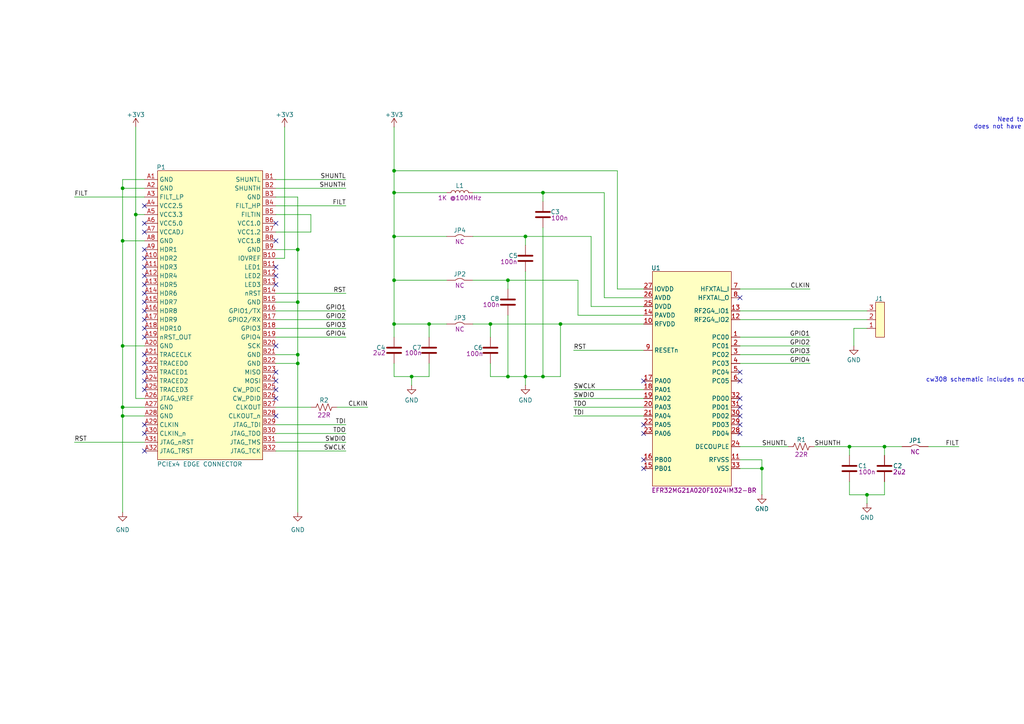
<source format=kicad_sch>
(kicad_sch (version 20231120) (generator "eeschema") (generator_version "8.0")
  (paper "A4")
  (lib_symbols
    (symbol "0603_Yageo_Res:RES_22R_0603" (pin_numbers hide)
      (property "Reference" "R" (at -20.32 5.08 0))
      (property "Display Value" "22R" (at 15.24 5.08 0))
      (symbol "RES_22R_0603_0_1"
        (polyline (pts (xy -2.286 0) (xy -2.54 0)))
        (polyline (pts (xy 2.286 0) (xy 2.54 0)))
        (polyline (pts (xy -2.286 0) (xy -1.905 1.016) (xy -1.524 0) (xy -1.143 -1.016) (xy -0.762 0)))
        (polyline (pts (xy -0.762 0) (xy -0.381 1.016) (xy 0 0) (xy 0.381 -1.016) (xy 0.762 0)))
        (polyline (pts (xy 0.762 0) (xy 1.143 1.016) (xy 1.524 0) (xy 1.905 -1.016) (xy 2.286 0)))
      )
      (symbol "RES_22R_0603_1_1"
        (pin passive line (at -3.81 0 0) (length 1.27) (name "~") (number "1"))
        (pin passive line (at 3.81 0 180) (length 1.27) (name "~") (number "2"))
      )
    )
    (symbol "NAE_Connectors:CW312T-Template" (in_bom no)
      (property "Reference" "P" (at -15.24 3.81 0))
      (property "Value" "PCIEx4 EDGE CONNECTOR " (at 3.81 3.81 0))
      (symbol "CW312T-Template_1_1"
        (rectangle (start -15.24 2.54) (end 15.24 -81.28) (fill (type background)))
        (pin unspecified line (at -19.05 0 0) (length 3.81) (name "GND") (number "A1"))
        (pin unspecified line (at -19.05 -22.86 0) (length 3.81) (name "HDR2") (number "A10"))
        (pin unspecified line (at -19.05 -25.4 0) (length 3.81) (name "HDR3") (number "A11"))
        (pin unspecified line (at -19.05 -27.94 0) (length 3.81) (name "HDR4") (number "A12"))
        (pin unspecified line (at -19.05 -30.48 0) (length 3.81) (name "HDR5") (number "A13"))
        (pin unspecified line (at -19.05 -33.02 0) (length 3.81) (name "HDR6") (number "A14"))
        (pin unspecified line (at -19.05 -35.56 0) (length 3.81) (name "HDR7") (number "A15"))
        (pin unspecified line (at -19.05 -38.1 0) (length 3.81) (name "HDR8") (number "A16"))
        (pin unspecified line (at -19.05 -40.64 0) (length 3.81) (name "HDR9") (number "A17"))
        (pin unspecified line (at -19.05 -43.18 0) (length 3.81) (name "HDR10") (number "A18"))
        (pin unspecified line (at -19.05 -45.72 0) (length 3.81) (name "nRST_OUT") (number "A19"))
        (pin unspecified line (at -19.05 -2.54 0) (length 3.81) (name "GND") (number "A2"))
        (pin unspecified line (at -19.05 -48.26 0) (length 3.81) (name "GND") (number "A20"))
        (pin unspecified line (at -19.05 -50.8 0) (length 3.81) (name "TRACECLK") (number "A21"))
        (pin unspecified line (at -19.05 -53.34 0) (length 3.81) (name "TRACED0") (number "A22"))
        (pin unspecified line (at -19.05 -55.88 0) (length 3.81) (name "TRACED1") (number "A23"))
        (pin unspecified line (at -19.05 -58.42 0) (length 3.81) (name "TRACED2") (number "A24"))
        (pin unspecified line (at -19.05 -60.96 0) (length 3.81) (name "TRACED3") (number "A25"))
        (pin unspecified line (at -19.05 -63.5 0) (length 3.81) (name "JTAG_VREF") (number "A26"))
        (pin unspecified line (at -19.05 -66.04 0) (length 3.81) (name "GND") (number "A27"))
        (pin unspecified line (at -19.05 -68.58 0) (length 3.81) (name "GND") (number "A28"))
        (pin unspecified line (at -19.05 -71.12 0) (length 3.81) (name "CLKIN") (number "A29"))
        (pin unspecified line (at -19.05 -5.08 0) (length 3.81) (name "FILT_LP") (number "A3"))
        (pin unspecified line (at -19.05 -73.66 0) (length 3.81) (name "CLKIN_n") (number "A30"))
        (pin unspecified line (at -19.05 -76.2 0) (length 3.81) (name "JTAG_nRST") (number "A31"))
        (pin unspecified line (at -19.05 -78.74 0) (length 3.81) (name "JTAG_TRST") (number "A32"))
        (pin unspecified line (at -19.05 -7.62 0) (length 3.81) (name "VCC2.5") (number "A4"))
        (pin unspecified line (at -19.05 -10.16 0) (length 3.81) (name "VCC3.3") (number "A5"))
        (pin unspecified line (at -19.05 -12.7 0) (length 3.81) (name "VCC5.0") (number "A6"))
        (pin unspecified line (at -19.05 -15.24 0) (length 3.81) (name "VCCADJ") (number "A7"))
        (pin unspecified line (at -19.05 -17.78 0) (length 3.81) (name "GND") (number "A8"))
        (pin unspecified line (at -19.05 -20.32 0) (length 3.81) (name "HDR1") (number "A9"))
        (pin unspecified line (at 19.05 0 180) (length 3.81) (name "SHUNTL") (number "B1"))
        (pin unspecified line (at 19.05 -22.86 180) (length 3.81) (name "IOVREF") (number "B10"))
        (pin unspecified line (at 19.05 -25.4 180) (length 3.81) (name "LED1") (number "B11"))
        (pin unspecified line (at 19.05 -27.94 180) (length 3.81) (name "LED2") (number "B12"))
        (pin unspecified line (at 19.05 -30.48 180) (length 3.81) (name "LED3") (number "B13"))
        (pin unspecified line (at 19.05 -33.02 180) (length 3.81) (name "nRST") (number "B14"))
        (pin unspecified line (at 19.05 -35.56 180) (length 3.81) (name "GND") (number "B15"))
        (pin unspecified line (at 19.05 -38.1 180) (length 3.81) (name "GPIO1/TX") (number "B16"))
        (pin unspecified line (at 19.05 -40.64 180) (length 3.81) (name "GPIO2/RX") (number "B17"))
        (pin unspecified line (at 19.05 -43.18 180) (length 3.81) (name "GPIO3") (number "B18"))
        (pin unspecified line (at 19.05 -45.72 180) (length 3.81) (name "GPIO4") (number "B19"))
        (pin unspecified line (at 19.05 -2.54 180) (length 3.81) (name "SHUNTH") (number "B2"))
        (pin unspecified line (at 19.05 -48.26 180) (length 3.81) (name "SCK") (number "B20"))
        (pin unspecified line (at 19.05 -50.8 180) (length 3.81) (name "GND") (number "B21"))
        (pin unspecified line (at 19.05 -53.34 180) (length 3.81) (name "GND") (number "B22"))
        (pin unspecified line (at 19.05 -55.88 180) (length 3.81) (name "MISO") (number "B23"))
        (pin unspecified line (at 19.05 -58.42 180) (length 3.81) (name "MOSI") (number "B24"))
        (pin unspecified line (at 19.05 -60.96 180) (length 3.81) (name "CW_PDIC") (number "B25"))
        (pin unspecified line (at 19.05 -63.5 180) (length 3.81) (name "CW_PDID") (number "B26"))
        (pin unspecified line (at 19.05 -66.04 180) (length 3.81) (name "CLKOUT") (number "B27"))
        (pin unspecified line (at 19.05 -68.58 180) (length 3.81) (name "CLKOUT_n") (number "B28"))
        (pin unspecified line (at 19.05 -71.12 180) (length 3.81) (name "JTAG_TDI") (number "B29"))
        (pin unspecified line (at 19.05 -5.08 180) (length 3.81) (name "GND") (number "B3"))
        (pin unspecified line (at 19.05 -73.66 180) (length 3.81) (name "JTAG_TDO") (number "B30"))
        (pin unspecified line (at 19.05 -76.2 180) (length 3.81) (name "JTAG_TMS") (number "B31"))
        (pin unspecified line (at 19.05 -78.74 180) (length 3.81) (name "JTAG_TCK") (number "B32"))
        (pin unspecified line (at 19.05 -7.62 180) (length 3.81) (name "FILT_HP") (number "B4"))
        (pin unspecified line (at 19.05 -10.16 180) (length 3.81) (name "FILTIN") (number "B5"))
        (pin unspecified line (at 19.05 -12.7 180) (length 3.81) (name "VCC1.0") (number "B6"))
        (pin unspecified line (at 19.05 -15.24 180) (length 3.81) (name "VCC1.2") (number "B7"))
        (pin unspecified line (at 19.05 -17.78 180) (length 3.81) (name "VCC1.8") (number "B8"))
        (pin unspecified line (at 19.05 -20.32 180) (length 3.81) (name "GND") (number "B9"))
      )
    )
    (symbol "NAE_Connectors:Solder_Jumper_2_NC" (pin_numbers hide)
      (property "Reference" "JP" (at -3.81 3.81 0))
      (property "Display Value" "NC" (at -3.81 0 0))
      (symbol "Solder_Jumper_2_NC_1_1"
        (arc (start 0 1.27) (mid -0.526 0) (end 0 -1.27))
        (pin unspecified line (at 0 3.81 270) (length 2.54) (name "") (number "1"))
        (pin unspecified line (at 0 -3.81 90) (length 2.54) (name "") (number "2"))
      )
    )
    (symbol "NAE_Connectors:VERT_HDR_3_2.54mm"
      (property "Reference" "J" (at 1.27 3.81 0))
      (symbol "VERT_HDR_3_2.54mm_1_1"
        (rectangle (start 0 2.54) (end 2.54 -7.62) (fill (type background)))
        (pin unspecified line (at -2.54 -5.08 0) (length 2.54) (name "") (number "1"))
        (pin unspecified line (at -2.54 -2.54 0) (length 2.54) (name "") (number "2"))
        (pin unspecified line (at -2.54 0 0) (length 2.54) (name "") (number "3"))
      )
    )
    (symbol "NAE_Inductors:IND_1K_100MHz_0603" (pin_numbers hide)
      (property "Reference" "L" (at -20.32 5.08 0))
      (property "Display Value" "1K @100MHz" (at 15.24 5.08 0))
      (symbol "IND_1K_100MHz_0603_0_1"
        (arc (start -1.27 0) (mid -1.905 0.6323) (end -2.54 0))
        (arc (start 0 0) (mid -0.635 0.6323) (end -1.27 0))
        (arc (start 1.27 0) (mid 0.635 0.6323) (end 0 0))
        (arc (start 2.54 0) (mid 1.905 0.6323) (end 1.27 0))
      )
      (symbol "IND_1K_100MHz_0603_1_1"
        (pin passive line (at -3.81 0 0) (length 1.27) (name "") (number "1"))
        (pin passive line (at 3.81 0 180) (length 1.27) (name "") (number "2"))
      )
    )
    (symbol "NAE_Integrated_Circuits:EFR32MG21A020F1024IM32-BR-SOCKET"
      (property "Reference" "U1" (at -10.16 5.08 0))
      (property "Display Value" "EFR32MG21A020F1024IM32-BR" (at 0 -60.96 0))
      (symbol "EFR32MG21A020F1024IM32-BR-SOCKET_1_1"
        (rectangle (start -11.43 3.81) (end 11.43 -58.42) (fill (type background)))
        (pin unspecified line (at 13.97 -15.24 180) (length 2.54) (name "PC00") (number "1"))
        (pin unspecified line (at -13.97 -11.43 0) (length 2.54) (name "RFVDD") (number "10"))
        (pin unspecified line (at 13.97 -50.8 180) (length 2.54) (name "RFVSS") (number "11"))
        (pin unspecified line (at 13.97 -10.16 180) (length 2.54) (name "RF2G4_IO2") (number "12"))
        (pin unspecified line (at 13.97 -7.62 180) (length 2.54) (name "RF2G4_IO1") (number "13"))
        (pin unspecified line (at -13.97 -8.89 0) (length 2.54) (name "PAVDD") (number "14"))
        (pin unspecified line (at -13.97 -53.34 0) (length 2.54) (name "PB01") (number "15"))
        (pin unspecified line (at -13.97 -50.8 0) (length 2.54) (name "PB00") (number "16"))
        (pin unspecified line (at -13.97 -27.94 0) (length 2.54) (name "PA00") (number "17"))
        (pin unspecified line (at -13.97 -30.48 0) (length 2.54) (name "PA01") (number "18"))
        (pin unspecified line (at -13.97 -33.02 0) (length 2.54) (name "PA02") (number "19"))
        (pin unspecified line (at 13.97 -17.78 180) (length 2.54) (name "PC01") (number "2"))
        (pin unspecified line (at -13.97 -35.56 0) (length 2.54) (name "PA03") (number "20"))
        (pin unspecified line (at -13.97 -38.1 0) (length 2.54) (name "PA04") (number "21"))
        (pin unspecified line (at -13.97 -40.64 0) (length 2.54) (name "PA05") (number "22"))
        (pin unspecified line (at -13.97 -43.18 0) (length 2.54) (name "PA06") (number "23"))
        (pin unspecified line (at 13.97 -46.99 180) (length 2.54) (name "DECOUPLE") (number "24"))
        (pin unspecified line (at -13.97 -6.35 0) (length 2.54) (name "DVDD") (number "25"))
        (pin unspecified line (at -13.97 -3.81 0) (length 2.54) (name "AVDD") (number "26"))
        (pin unspecified line (at -13.97 -1.27 0) (length 2.54) (name "IOVDD") (number "27"))
        (pin unspecified line (at 13.97 -43.18 180) (length 2.54) (name "PD04") (number "28"))
        (pin unspecified line (at 13.97 -40.64 180) (length 2.54) (name "PD03") (number "29"))
        (pin unspecified line (at 13.97 -20.32 180) (length 2.54) (name "PC02") (number "3"))
        (pin unspecified line (at 13.97 -38.1 180) (length 2.54) (name "PD02") (number "30"))
        (pin unspecified line (at 13.97 -35.56 180) (length 2.54) (name "PD01") (number "31"))
        (pin unspecified line (at 13.97 -33.02 180) (length 2.54) (name "PD00") (number "32"))
        (pin unspecified line (at 13.97 -53.34 180) (length 2.54) (name "VSS") (number "33"))
        (pin unspecified line (at 13.97 -22.86 180) (length 2.54) (name "PC03") (number "4"))
        (pin unspecified line (at 13.97 -25.4 180) (length 2.54) (name "PC04") (number "5"))
        (pin unspecified line (at 13.97 -27.94 180) (length 2.54) (name "PC05") (number "6"))
        (pin unspecified line (at 13.97 -1.27 180) (length 2.54) (name "HFXTAL_I") (number "7"))
        (pin unspecified line (at 13.97 -3.81 180) (length 2.54) (name "HFXTAL_O") (number "8"))
        (pin unspecified line (at -13.97 -19.05 0) (length 2.54) (name "RESETn") (number "9"))
      )
    )
    (symbol "Silkscreen_Symbols:CE_Free" (in_bom no)
      (property "Reference" "PCB" (at -2.54 6.35 0))
      (property "Value" "CE Symbol" (at 0 0 0))
    )
    (symbol "Silkscreen_Symbols:Pb_Free" (in_bom no)
      (property "Reference" "PCB" (at 0 0 0))
      (property "Value" "Pb_Free Symbol" (at 0 0 0))
    )
    (symbol "Silkscreen_Symbols:UKCA" (in_bom no)
      (property "Reference" "PCB" (at 0 0 0))
      (property "Value" "UKCA symbol" (at 0 0 0))
    )
    (symbol "Silkscreen_Symbols:WEEE" (in_bom no)
      (property "Reference" "PCB" (at -1.27 4.445 0))
      (property "Value" "WEEE SYMBOL" (at 0 0 0))
    )
    (symbol "nae_caps:CAP_100n_10V_0603" (pin_numbers hide)
      (property "Reference" "C" (at -20.32 5.08 0))
      (property "Display Value" "100n" (at 15.24 5.08 0))
      (symbol "CAP_100n_10V_0603_0_1"
        (polyline (pts (xy -0.762 -2.032) (xy -0.762 2.032)) (stroke (width 0.508)))
        (polyline (pts (xy 0.762 -2.032) (xy 0.762 2.032)) (stroke (width 0.508)))
      )
      (symbol "CAP_100n_10V_0603_1_1"
        (pin passive line (at -3.81 0 0) (length 2.794) (name "~") (number "1"))
        (pin passive line (at 3.81 0 180) (length 2.794) (name "~") (number "2"))
      )
    )
    (symbol "nae_caps:CAP_2u2_10V_0603" (pin_numbers hide)
      (property "Reference" "C" (at -20.32 5.08 0))
      (property "Display Value" "2u2" (at 15.24 5.08 0))
      (symbol "CAP_2u2_10V_0603_0_1"
        (polyline (pts (xy -0.762 -2.032) (xy -0.762 2.032)) (stroke (width 0.508)))
        (polyline (pts (xy 0.762 -2.032) (xy 0.762 2.032)) (stroke (width 0.508)))
      )
      (symbol "CAP_2u2_10V_0603_1_1"
        (pin passive line (at -3.81 0 0) (length 2.794) (name "~") (number "1"))
        (pin passive line (at 3.81 0 180) (length 2.794) (name "~") (number "2"))
      )
    )
    (symbol "power:+3V3" (power) (pin_numbers hide) (pin_names (offset 0) hide)
      (property "Value" "+3V3" (at 0 3.556 0))
      (symbol "+3V3_0_1"
        (polyline (pts (xy -0.762 1.27) (xy 0 2.54)))
        (polyline (pts (xy 0 0) (xy 0 2.54)))
        (polyline (pts (xy 0 2.54) (xy 0.762 1.27)))
      )
      (symbol "+3V3_1_1"
        (pin power_in line (at 0 0 90) (length 0) (name "~") (number "1"))
      )
    )
    (symbol "power:GND" (power) (pin_numbers hide) (pin_names (offset 0) hide)
      (property "Value" "GND" (at 0 -3.81 0))
      (symbol "GND_0_1"
        (polyline (pts (xy 0 0) (xy 0 -1.27) (xy 1.27 -1.27) (xy 0 -2.54) (xy -1.27 -1.27) (xy 0 -1.27)))
      )
      (symbol "GND_1_1"
        (pin power_in line (at 0 0 270) (length 0) (name "~") (number "1"))
      )
    )
  )
  (junction (at 114.3 49.53))
  (junction (at 35.56 69.85))
  (junction (at 114.3 55.88))
  (junction (at 86.36 87.63))
  (junction (at 157.48 109.22))
  (junction (at 114.3 68.58))
  (junction (at 147.32 81.28))
  (junction (at 35.56 54.61))
  (junction (at 157.48 55.88))
  (junction (at 35.56 118.11))
  (junction (at 246.38 129.54))
  (junction (at 251.46 143.51))
  (junction (at 152.4 68.58))
  (junction (at 114.3 93.98))
  (junction (at 114.3 81.28))
  (junction (at 256.54 129.54))
  (junction (at 220.98 135.89))
  (junction (at 152.4 109.22))
  (junction (at 162.56 93.98))
  (junction (at 35.56 100.33))
  (junction (at 86.36 72.39))
  (junction (at 119.38 109.22))
  (junction (at 39.37 62.23))
  (junction (at 147.32 109.22))
  (junction (at 35.56 120.65))
  (junction (at 86.36 102.87))
  (junction (at 86.36 105.41))
  (junction (at 142.24 93.98))
  (junction (at 124.46 93.98))
  (no_connect (at 41.91 105.41))
  (no_connect (at 214.63 118.11))
  (no_connect (at 80.01 80.01))
  (no_connect (at 80.01 64.77))
  (no_connect (at 41.91 97.79))
  (no_connect (at 41.91 90.17))
  (no_connect (at 41.91 107.95))
  (no_connect (at 41.91 59.69))
  (no_connect (at 41.91 110.49))
  (no_connect (at 41.91 87.63))
  (no_connect (at 214.63 110.49))
  (no_connect (at 80.01 77.47))
  (no_connect (at 41.91 130.81))
  (no_connect (at 80.01 115.57))
  (no_connect (at 214.63 125.73))
  (no_connect (at 41.91 64.77))
  (no_connect (at 214.63 120.65))
  (no_connect (at 80.01 100.33))
  (no_connect (at 80.01 113.03))
  (no_connect (at 80.01 69.85))
  (no_connect (at 41.91 77.47))
  (no_connect (at 80.01 110.49))
  (no_connect (at 41.91 92.71))
  (no_connect (at 41.91 82.55))
  (no_connect (at 214.63 123.19))
  (no_connect (at 80.01 107.95))
  (no_connect (at 41.91 85.09))
  (no_connect (at 41.91 80.01))
  (no_connect (at 186.69 110.49))
  (no_connect (at 41.91 113.03))
  (no_connect (at 186.69 135.89))
  (no_connect (at 41.91 67.31))
  (no_connect (at 214.63 86.36))
  (no_connect (at 41.91 95.25))
  (no_connect (at 186.69 123.19))
  (no_connect (at 41.91 125.73))
  (no_connect (at 186.69 125.73))
  (no_connect (at 80.01 120.65))
  (no_connect (at 214.63 115.57))
  (no_connect (at 41.91 74.93))
  (no_connect (at 80.01 82.55))
  (no_connect (at 41.91 72.39))
  (no_connect (at 41.91 102.87))
  (no_connect (at 41.91 123.19))
  (no_connect (at 186.69 133.35))
  (no_connect (at 214.63 107.95))
  (wire (pts (xy 80.01 95.25) (xy 100.33 95.25)))
  (wire (pts (xy 80.01 67.31) (xy 90.17 67.31)))
  (wire (pts (xy 214.63 129.54) (xy 228.6 129.54)))
  (wire (pts (xy 166.37 113.03) (xy 186.69 113.03)))
  (wire (pts (xy 35.56 54.61) (xy 35.56 69.85)))
  (wire (pts (xy 214.63 105.41) (xy 234.95 105.41)))
  (wire (pts (xy 186.69 86.36) (xy 175.26 86.36)))
  (wire (pts (xy 35.56 118.11) (xy 41.91 118.11)))
  (wire (pts (xy 119.38 109.22) (xy 124.46 109.22)))
  (wire (pts (xy 214.63 90.17) (xy 251.46 90.17)))
  (wire (pts (xy 80.01 97.79) (xy 100.33 97.79)))
  (wire (pts (xy 162.56 109.22) (xy 162.56 93.98)))
  (wire (pts (xy 142.24 105.41) (xy 142.24 109.22)))
  (wire (pts (xy 21.59 128.27) (xy 41.91 128.27)))
  (wire (pts (xy 97.79 118.11) (xy 106.68 118.11)))
  (wire (pts (xy 39.37 36.83) (xy 39.37 62.23)))
  (wire (pts (xy 80.01 92.71) (xy 100.33 92.71)))
  (wire (pts (xy 80.01 102.87) (xy 86.36 102.87)))
  (wire (pts (xy 35.56 120.65) (xy 35.56 148.59)))
  (wire (pts (xy 114.3 81.28) (xy 114.3 93.98)))
  (wire (pts (xy 41.91 115.57) (xy 39.37 115.57)))
  (wire (pts (xy 35.56 118.11) (xy 35.56 120.65)))
  (wire (pts (xy 157.48 55.88) (xy 157.48 58.42)))
  (wire (pts (xy 142.24 93.98) (xy 142.24 97.79)))
  (wire (pts (xy 80.01 105.41) (xy 86.36 105.41)))
  (wire (pts (xy 246.38 139.7) (xy 246.38 143.51)))
  (wire (pts (xy 166.37 101.6) (xy 186.69 101.6)))
  (wire (pts (xy 114.3 93.98) (xy 114.3 97.79)))
  (wire (pts (xy 86.36 72.39) (xy 86.36 87.63)))
  (wire (pts (xy 35.56 54.61) (xy 41.91 54.61)))
  (wire (pts (xy 166.37 120.65) (xy 186.69 120.65)))
  (wire (pts (xy 114.3 68.58) (xy 114.3 81.28)))
  (wire (pts (xy 86.36 102.87) (xy 86.36 105.41)))
  (wire (pts (xy 256.54 129.54) (xy 261.62 129.54)))
  (wire (pts (xy 147.32 91.44) (xy 147.32 109.22)))
  (wire (pts (xy 114.3 81.28) (xy 129.54 81.28)))
  (wire (pts (xy 137.16 81.28) (xy 147.32 81.28)))
  (wire (pts (xy 114.3 109.22) (xy 119.38 109.22)))
  (wire (pts (xy 186.69 88.9) (xy 171.45 88.9)))
  (wire (pts (xy 166.37 118.11) (xy 186.69 118.11)))
  (wire (pts (xy 147.32 109.22) (xy 152.4 109.22)))
  (wire (pts (xy 119.38 109.22) (xy 119.38 111.76)))
  (wire (pts (xy 214.63 102.87) (xy 234.95 102.87)))
  (wire (pts (xy 82.55 74.93) (xy 80.01 74.93)))
  (wire (pts (xy 80.01 72.39) (xy 86.36 72.39)))
  (wire (pts (xy 86.36 87.63) (xy 86.36 102.87)))
  (wire (pts (xy 80.01 123.19) (xy 100.33 123.19)))
  (wire (pts (xy 251.46 95.25) (xy 247.65 95.25)))
  (wire (pts (xy 214.63 100.33) (xy 234.95 100.33)))
  (wire (pts (xy 86.36 57.15) (xy 80.01 57.15)))
  (wire (pts (xy 80.01 87.63) (xy 86.36 87.63)))
  (wire (pts (xy 35.56 69.85) (xy 41.91 69.85)))
  (wire (pts (xy 214.63 135.89) (xy 220.98 135.89)))
  (wire (pts (xy 80.01 85.09) (xy 100.33 85.09)))
  (wire (pts (xy 152.4 109.22) (xy 152.4 111.76)))
  (wire (pts (xy 35.56 120.65) (xy 41.91 120.65)))
  (wire (pts (xy 114.3 49.53) (xy 114.3 55.88)))
  (wire (pts (xy 246.38 129.54) (xy 246.38 132.08)))
  (wire (pts (xy 166.37 115.57) (xy 186.69 115.57)))
  (wire (pts (xy 246.38 129.54) (xy 256.54 129.54)))
  (wire (pts (xy 80.01 54.61) (xy 100.33 54.61)))
  (wire (pts (xy 251.46 143.51) (xy 256.54 143.51)))
  (wire (pts (xy 86.36 105.41) (xy 86.36 148.59)))
  (wire (pts (xy 124.46 109.22) (xy 124.46 105.41)))
  (wire (pts (xy 21.59 57.15) (xy 41.91 57.15)))
  (wire (pts (xy 220.98 133.35) (xy 214.63 133.35)))
  (wire (pts (xy 152.4 78.74) (xy 152.4 109.22)))
  (wire (pts (xy 114.3 36.83) (xy 114.3 49.53)))
  (wire (pts (xy 86.36 57.15) (xy 86.36 72.39)))
  (wire (pts (xy 147.32 81.28) (xy 167.64 81.28)))
  (wire (pts (xy 214.63 83.82) (xy 234.95 83.82)))
  (wire (pts (xy 35.56 100.33) (xy 41.91 100.33)))
  (wire (pts (xy 214.63 97.79) (xy 234.95 97.79)))
  (wire (pts (xy 39.37 62.23) (xy 39.37 115.57)))
  (wire (pts (xy 114.3 93.98) (xy 124.46 93.98)))
  (wire (pts (xy 35.56 69.85) (xy 35.56 100.33)))
  (wire (pts (xy 80.01 130.81) (xy 100.33 130.81)))
  (wire (pts (xy 147.32 81.28) (xy 147.32 83.82)))
  (wire (pts (xy 247.65 95.25) (xy 247.65 100.33)))
  (wire (pts (xy 90.17 62.23) (xy 90.17 67.31)))
  (wire (pts (xy 179.07 49.53) (xy 114.3 49.53)))
  (wire (pts (xy 142.24 93.98) (xy 162.56 93.98)))
  (wire (pts (xy 152.4 109.22) (xy 157.48 109.22)))
  (wire (pts (xy 80.01 125.73) (xy 100.33 125.73)))
  (wire (pts (xy 214.63 92.71) (xy 251.46 92.71)))
  (wire (pts (xy 186.69 83.82) (xy 179.07 83.82)))
  (wire (pts (xy 114.3 105.41) (xy 114.3 109.22)))
  (wire (pts (xy 157.48 55.88) (xy 175.26 55.88)))
  (wire (pts (xy 41.91 52.07) (xy 35.56 52.07)))
  (wire (pts (xy 269.24 129.54) (xy 278.13 129.54)))
  (wire (pts (xy 175.26 86.36) (xy 175.26 55.88)))
  (wire (pts (xy 80.01 90.17) (xy 100.33 90.17)))
  (wire (pts (xy 220.98 135.89) (xy 220.98 143.51)))
  (wire (pts (xy 256.54 143.51) (xy 256.54 139.7)))
  (wire (pts (xy 157.48 109.22) (xy 162.56 109.22)))
  (wire (pts (xy 80.01 59.69) (xy 100.33 59.69)))
  (wire (pts (xy 35.56 52.07) (xy 35.56 54.61)))
  (wire (pts (xy 142.24 109.22) (xy 147.32 109.22)))
  (wire (pts (xy 137.16 55.88) (xy 157.48 55.88)))
  (wire (pts (xy 171.45 88.9) (xy 171.45 68.58)))
  (wire (pts (xy 236.22 129.54) (xy 246.38 129.54)))
  (wire (pts (xy 82.55 36.83) (xy 82.55 74.93)))
  (wire (pts (xy 124.46 93.98) (xy 124.46 97.79)))
  (wire (pts (xy 167.64 91.44) (xy 167.64 81.28)))
  (wire (pts (xy 152.4 68.58) (xy 171.45 68.58)))
  (wire (pts (xy 80.01 118.11) (xy 90.17 118.11)))
  (wire (pts (xy 251.46 143.51) (xy 251.46 146.05)))
  (wire (pts (xy 80.01 62.23) (xy 90.17 62.23)))
  (wire (pts (xy 157.48 66.04) (xy 157.48 109.22)))
  (wire (pts (xy 256.54 129.54) (xy 256.54 132.08)))
  (wire (pts (xy 152.4 68.58) (xy 152.4 71.12)))
  (wire (pts (xy 114.3 55.88) (xy 129.54 55.88)))
  (wire (pts (xy 220.98 133.35) (xy 220.98 135.89)))
  (wire (pts (xy 162.56 93.98) (xy 186.69 93.98)))
  (wire (pts (xy 246.38 143.51) (xy 251.46 143.51)))
  (wire (pts (xy 114.3 55.88) (xy 114.3 68.58)))
  (wire (pts (xy 186.69 91.44) (xy 167.64 91.44)))
  (wire (pts (xy 129.54 93.98) (xy 124.46 93.98)))
  (wire (pts (xy 114.3 68.58) (xy 129.54 68.58)))
  (wire (pts (xy 179.07 83.82) (xy 179.07 49.53)))
  (wire (pts (xy 35.56 100.33) (xy 35.56 118.11)))
  (wire (pts (xy 80.01 128.27) (xy 100.33 128.27)))
  (wire (pts (xy 80.01 52.07) (xy 100.33 52.07)))
  (wire (pts (xy 137.16 93.98) (xy 142.24 93.98)))
  (wire (pts (xy 137.16 68.58) (xy 152.4 68.58)))
  (wire (pts (xy 41.91 62.23) (xy 39.37 62.23)))
  (text "Need to confirm the footprint of the socket - the one included in production files \ndoes not have a model but an equivalent socket on digikey did so i used that downloaded model" (at 330.454 35.814 0) (effects (font (size 1.27 1.27))))
  (text "cw308 schematic includes note bubbles stating 'morespace' i left those out but can include if preferred" (at 320.04 110.236 0) (effects (font (size 1.27 1.27))))
  (label "RST" (at 166.37 101.6 0))
  (label "GPIO4" (at 234.95 105.41 180))
  (label "GPIO2" (at 234.95 100.33 180))
  (label "SWCLK" (at 100.33 130.81 180))
  (label "GPIO2" (at 100.33 92.71 180))
  (label "SHUNTL" (at 220.98 129.54 0))
  (label "TDI" (at 100.33 123.19 180))
  (label "SWCLK" (at 166.37 113.03 0))
  (label "GPIO1" (at 234.95 97.79 180))
  (label "GPIO3" (at 100.33 95.25 180))
  (label "SHUNTH" (at 236.22 129.54 0))
  (label "SWDIO" (at 100.33 128.27 180))
  (label "RST" (at 21.59 128.27 0))
  (label "SHUNTL" (at 100.33 52.07 180))
  (label "CLKIN" (at 106.68 118.11 180))
  (label "TDO" (at 100.33 125.73 180))
  (label "FILT" (at 100.33 59.69 180))
  (label "GPIO4" (at 100.33 97.79 180))
  (label "SHUNTH" (at 100.33 54.61 180))
  (label "TDO" (at 166.37 118.11 0))
  (label "RST" (at 100.33 85.09 180))
  (label "SWDIO" (at 166.37 115.57 0))
  (label "FILT" (at 21.59 57.15 0))
  (label "GPIO3" (at 234.95 102.87 180))
  (label "FILT" (at 278.13 129.54 180))
  (label "CLKIN" (at 234.95 83.82 180))
  (label "TDI" (at 166.37 120.65 0))
  (label "GPIO1" (at 100.33 90.17 180))
  (symbol (lib_id "Silkscreen_Symbols:CE_Free") (at -25.4 148.59 0) (unit 1) (in_bom no)
    (property "Reference" "PCB1" (at -22.86 147.3199 0) (effects (justify left)))
    (property "Value" "CE Symbol" (at -22.86 149.8599 0) (effects (justify left)))
    (property "Footprint" "Silkscrren_Symbols:CE-Logo_8.5x6mm_SilkScreen" (effects (hide yes)))
  )
  (symbol (lib_id "NAE_Connectors:Solder_Jumper_2_NC") (at 133.35 81.28 270) (unit 1)
    (property "Reference" "JP2" (at 133.35 79.502 90))
    (property "Footprint" "Jumper:SolderJumper-2_P1.3mm_Bridged2Bar_Pad1.0x1.5mm" (effects (hide yes)))
    (property "Display Value" "NC" (at 133.35 82.804 90))
  )
  (symbol (lib_id "Silkscreen_Symbols:UKCA") (at -25.4 158.75 0) (unit 1) (in_bom no)
    (property "Reference" "PCB3" (at -22.86 157.4799 0) (effects (justify left)))
    (property "Value" "UKCA symbol" (at -22.86 160.0199 0) (effects (justify left)))
    (property "Footprint" "Silkscrren_Symbols:UKCA-Logo_8x8mm_SilkScreen" (effects (hide yes)))
  )
  (symbol (lib_id "power:GND") (at 247.65 100.33 0) (unit 1)
    (property "Reference" "#PWR09" (effects (hide yes)))
    (property "Value" "GND" (at 247.65 104.394 0))
    (property "Description" "Power symbol creates a global label with name \"GND\" , ground" (effects (hide yes)))
  )
  (symbol (lib_id "0603_Yageo_Res:RES_22R_0603") (at 232.41 129.54 0) (unit 1)
    (property "Reference" "R1" (at 232.41 127.508 0))
    (property "Value" "RES_22R_0603" (effects (hide yes)))
    (property "Footprint" "Resistor_SMD:R_0603_1608Metric" (effects (hide yes)))
    (property "Datasheet" "https://www.yageo.com/upload/media/product/products/datasheet/rchip/PYu-RC_Group_51_RoHS_L_12.pdf" (effects (hide yes)))
    (property "Description" "RES 22 OHM 1% 1/10W 0603" (effects (hide yes)))
    (property "Display Value" "22R" (at 232.41 131.826 0))
    (property "Manufacturer" "YAGEO" (effects (hide yes)))
    (property "Manufacturer Part Number" "RC0603FR-0722RL" (effects (hide yes)))
    (property "Supplier 1" "DigiKey" (effects (hide yes)))
    (property "Supplier 1 Part Number" "311-22.0HRCT-ND" (effects (hide yes)))
    (property "Supplier 2" "no_data" (effects (hide yes)))
    (property "Supplier 2 Part Number" "no_data" (effects (hide yes)))
  )
  (symbol (lib_id "NAE_Connectors:Solder_Jumper_2_NC") (at 265.43 129.54 270) (unit 1)
    (property "Reference" "JP1" (at 265.43 127.762 90))
    (property "Footprint" "Jumper:SolderJumper-2_P1.3mm_Bridged2Bar_Pad1.0x1.5mm" (effects (hide yes)))
    (property "Display Value" "NC" (at 265.43 131.064 90))
  )
  (symbol (lib_id "NAE_Integrated_Circuits:EFR32MG21A020F1024IM32-BR-SOCKET") (at 200.66 82.55 0) (unit 1)
    (property "Reference" "U1" (at 190.246 77.724 0))
    (property "Value" "EFR32MG21A020F1024IM32-BR" (effects (hide yes)))
    (property "Footprint" "tutorial_2_library:CONN_232-5205-01_3MM" (effects (hide yes)))
    (property "Datasheet" "https://www.sockets-connectors.com/ic-socket/790-62032-101G/?srsltid=AfmBOoox30ddIPHa7Kjh_nQce55OEW-xBCSxqDJn8Lg2jo9pnDfR4k3c" (effects (hide yes)))
    (property "Description" "CONN SOCKET QFN 32POS GOLD" (effects (hide yes)))
    (property "Display Value" "EFR32MG21A020F1024IM32-BR" (at 204.216 142.24 0))
    (property "Manufacturer" "SENSATA" (effects (hide yes)))
    (property "Manufacturer Part Number" "790-62032-101G" (effects (hide yes)))
    (property "Supplier 1" "SOCKETS CONNECTORS" (effects (hide yes)))
    (property "Supplier 1 Part Number" "790-62032-101G" (effects (hide yes)))
  )
  (symbol (lib_id "power:GND") (at 119.38 111.76 0) (unit 1)
    (property "Reference" "#PWR06" (effects (hide yes)))
    (property "Value" "GND" (at 119.38 116.078 0))
    (property "Description" "Power symbol creates a global label with name \"GND\" , ground" (effects (hide yes)))
  )
  (symbol (lib_id "Silkscreen_Symbols:WEEE") (at -25.4 163.83 0) (unit 1) (in_bom no)
    (property "Reference" "PCB4" (at -22.86 162.5599 0) (effects (justify left)))
    (property "Value" "WEEE SYMBOL" (at -22.86 165.0999 0) (effects (justify left)))
    (property "Footprint" "Silkscrren_Symbols:WEEE-Logo_5.6x8mm_SilkScreen" (effects (hide yes)))
  )
  (symbol (lib_id "power:+3V3") (at 82.55 36.83 0) (unit 1)
    (property "Reference" "#PWR03" (effects (hide yes)))
    (property "Value" "+3V3" (at 82.55 33.274 0))
    (property "Description" "Power symbol creates a global label with name \"+3V3\"" (effects (hide yes)))
  )
  (symbol (lib_id "nae_caps:CAP_100n_10V_0603") (at 124.46 101.6 90) (unit 1)
    (property "Reference" "C7" (at 120.904 100.838 90))
    (property "Value" "CAP_100n_10V_0603" (effects (hide yes)))
    (property "Footprint" "Capacitor_SMD:C_0603_1608Metric" (effects (hide yes)))
    (property "Datasheet" "https://www.yageo.com/upload/media/product/productsearch/datasheet/mlcc/UPY-GPHC_X7R_6.3V-to-250V_24.pdf" (effects (hide yes)))
    (property "Description" "CAP CER 0.1UF 10V X7R 0603" (effects (hide yes)))
    (property "Display Value" "100n" (at 119.888 102.362 90))
    (property "Manufacturer" "YAGEO" (effects (hide yes)))
    (property "Manufacturer Part Number" "CC0603KRX7R6BB104" (effects (hide yes)))
    (property "Supplier 1" "DigiKey" (effects (hide yes)))
    (property "Supplier 1 Part Number" "311-4055-1-ND" (effects (hide yes)))
    (property "Supplier 2" "no_data" (effects (hide yes)))
    (property "Supplier 2 Part Number" "no_data" (effects (hide yes)))
  )
  (symbol (lib_id "NAE_Connectors:VERT_HDR_3_2.54mm") (at 254 90.17 0) (unit 1)
    (property "Reference" "J1" (at 253.746 86.614 0) (effects (justify left)))
    (property "Value" "1x3 straight header pins" (effects (hide yes)))
    (property "Footprint" "Connector_PinHeader_2.54mm:PinHeader_1x03_P2.54mm_Vertical" (effects (hide yes)))
    (property "Datasheet" "https://www.we-online.com/components/products/datasheet/61300311121.pdf" (effects (hide yes)))
    (property "Description" "CONN HEADER VERT 3POS 2.54MM" (effects (hide yes)))
    (property "Display Value" "Header" (effects (hide yes)))
    (property "Manufacturer" "Würth Elektronik" (effects (hide yes)))
    (property "Manufacturer Part Number" "61300311121" (effects (hide yes)))
    (property "Supplier 1" "DigiKey" (effects (hide yes)))
    (property "Supplier 1 Part Number" "732-5316-ND" (effects (hide yes)))
  )
  (symbol (lib_id "power:GND") (at 152.4 111.76 0) (unit 1)
    (property "Reference" "#PWR07" (effects (hide yes)))
    (property "Value" "GND" (at 152.4 116.078 0))
    (property "Description" "Power symbol creates a global label with name \"GND\" , ground" (effects (hide yes)))
  )
  (symbol (lib_id "power:+3V3") (at 39.37 36.83 0) (unit 1)
    (property "Reference" "#PWR02" (effects (hide yes)))
    (property "Value" "+3V3" (at 39.37 33.274 0))
    (property "Description" "Power symbol creates a global label with name \"+3V3\"" (effects (hide yes)))
  )
  (symbol (lib_id "nae_caps:CAP_2u2_10V_0603") (at 256.54 135.89 90) (unit 1)
    (property "Reference" "C2" (at 260.35 135.128 90))
    (property "Value" "CAP_2u2_10V_0603" (effects (hide yes)))
    (property "Footprint" "Capacitor_SMD:C_0603_1608Metric" (effects (hide yes)))
    (property "Datasheet" "https://www.yageo.com/upload/media/product/productsearch/datasheet/mlcc/UPY-GPHC_X7R_6.3V-to-250V_24.pdf" (effects (hide yes)))
    (property "Description" "CAP CER 2.2UF 10V X7R 0603" (effects (hide yes)))
    (property "Display Value" "2u2" (at 260.858 136.906 90))
    (property "Manufacturer" "YAGEO" (effects (hide yes)))
    (property "Manufacturer Part Number" "CC0603KPX7R6BB225" (effects (hide yes)))
    (property "Supplier 1" "DigiKey" (effects (hide yes)))
    (property "Supplier 1 Part Number" "13-CC0603KPX7R6BB225CT-ND" (effects (hide yes)))
    (property "Supplier 2" "no_data" (effects (hide yes)))
    (property "Supplier 2 Part Number" "no_data" (effects (hide yes)))
  )
  (symbol (lib_id "power:GND") (at 220.98 143.51 0) (unit 1)
    (property "Reference" "#PWR08" (effects (hide yes)))
    (property "Value" "GND" (at 220.98 147.574 0))
    (property "Description" "Power symbol creates a global label with name \"GND\" , ground" (effects (hide yes)))
  )
  (symbol (lib_id "nae_caps:CAP_100n_10V_0603") (at 142.24 101.6 90) (unit 1)
    (property "Reference" "C6" (at 138.684 100.838 90))
    (property "Value" "CAP_100n_10V_0603" (effects (hide yes)))
    (property "Footprint" "Capacitor_SMD:C_0603_1608Metric" (effects (hide yes)))
    (property "Datasheet" "https://www.yageo.com/upload/media/product/productsearch/datasheet/mlcc/UPY-GPHC_X7R_6.3V-to-250V_24.pdf" (effects (hide yes)))
    (property "Description" "CAP CER 0.1UF 10V X7R 0603" (effects (hide yes)))
    (property "Display Value" "100n" (at 137.668 102.616 90))
    (property "Manufacturer" "YAGEO" (effects (hide yes)))
    (property "Manufacturer Part Number" "CC0603KRX7R6BB104" (effects (hide yes)))
    (property "Supplier 1" "DigiKey" (effects (hide yes)))
    (property "Supplier 1 Part Number" "311-4055-1-ND" (effects (hide yes)))
    (property "Supplier 2" "no_data" (effects (hide yes)))
    (property "Supplier 2 Part Number" "no_data" (effects (hide yes)))
  )
  (symbol (lib_id "NAE_Inductors:IND_1K_100MHz_0603") (at 133.35 55.88 0) (unit 1)
    (property "Reference" "L1" (at 133.35 53.848 0))
    (property "Value" "IND_1K_0603" (effects (hide yes)))
    (property "Footprint" "Inductor_SMD:L_0603_1608Metric" (effects (hide yes)))
    (property "Datasheet" "https://mm.digikey.com/Volume0/opasdata/d220001/medias/docus/3715/FBMH1608HM102-T_SS.pdf" (effects (hide yes)))
    (property "Description" "FERRITE BEAD 1K OHM 0603 1LN" (effects (hide yes)))
    (property "Display Value" "1K @100MHz" (at 133.35 57.404 0))
    (property "Manufacturer" "Taiyo Yuden" (effects (hide yes)))
    (property "Manufacturer Part Number" "FBMH1608HM102-T" (effects (hide yes)))
    (property "Supplier 1" "DigiKey" (effects (hide yes)))
    (property "Supplier 1 Part Number" "587-1739-1-ND" (effects (hide yes)))
  )
  (symbol (lib_id "nae_caps:CAP_2u2_10V_0603") (at 114.3 101.6 90) (unit 1)
    (property "Reference" "C4" (at 110.49 100.838 90))
    (property "Value" "CAP_2u2_10V_0603" (effects (hide yes)))
    (property "Footprint" "Capacitor_SMD:C_0603_1608Metric" (effects (hide yes)))
    (property "Datasheet" "https://www.yageo.com/upload/media/product/productsearch/datasheet/mlcc/UPY-GPHC_X7R_6.3V-to-250V_24.pdf" (effects (hide yes)))
    (property "Description" "CAP CER 2.2UF 10V X7R 0603" (effects (hide yes)))
    (property "Display Value" "2u2" (at 109.982 102.362 90))
    (property "Manufacturer" "YAGEO" (effects (hide yes)))
    (property "Manufacturer Part Number" "CC0603KPX7R6BB225" (effects (hide yes)))
    (property "Supplier 1" "DigiKey" (effects (hide yes)))
    (property "Supplier 1 Part Number" "13-CC0603KPX7R6BB225CT-ND" (effects (hide yes)))
    (property "Supplier 2" "no_data" (effects (hide yes)))
    (property "Supplier 2 Part Number" "no_data" (effects (hide yes)))
  )
  (symbol (lib_id "power:GND") (at 251.46 146.05 0) (unit 1)
    (property "Reference" "#PWR010" (effects (hide yes)))
    (property "Value" "GND" (at 251.46 150.114 0))
    (property "Description" "Power symbol creates a global label with name \"GND\" , ground" (effects (hide yes)))
  )
  (symbol (lib_id "nae_caps:CAP_100n_10V_0603") (at 246.38 135.89 90) (unit 1)
    (property "Reference" "C1" (at 250.19 135.128 90))
    (property "Value" "CAP_100n_10V_0603" (effects (hide yes)))
    (property "Footprint" "Capacitor_SMD:C_0603_1608Metric" (effects (hide yes)))
    (property "Datasheet" "https://www.yageo.com/upload/media/product/productsearch/datasheet/mlcc/UPY-GPHC_X7R_6.3V-to-250V_24.pdf" (effects (hide yes)))
    (property "Description" "CAP CER 0.1UF 10V X7R 0603" (effects (hide yes)))
    (property "Display Value" "100n" (at 251.46 136.906 90))
    (property "Manufacturer" "YAGEO" (effects (hide yes)))
    (property "Manufacturer Part Number" "CC0603KRX7R6BB104" (effects (hide yes)))
    (property "Supplier 1" "DigiKey" (effects (hide yes)))
    (property "Supplier 1 Part Number" "311-4055-1-ND" (effects (hide yes)))
    (property "Supplier 2" "no_data" (effects (hide yes)))
    (property "Supplier 2 Part Number" "no_data" (effects (hide yes)))
  )
  (symbol (lib_id "power:GND") (at 35.56 148.59 0) (unit 1)
    (property "Reference" "#PWR01" (effects (hide yes)))
    (property "Value" "GND" (at 35.56 153.67 0))
    (property "Description" "Power symbol creates a global label with name \"GND\" , ground" (effects (hide yes)))
  )
  (symbol (lib_id "nae_caps:CAP_100n_10V_0603") (at 147.32 87.63 90) (unit 1)
    (property "Reference" "C8" (at 143.51 86.614 90))
    (property "Value" "CAP_100n_10V_0603" (effects (hide yes)))
    (property "Footprint" "Capacitor_SMD:C_0603_1608Metric" (effects (hide yes)))
    (property "Datasheet" "https://www.yageo.com/upload/media/product/productsearch/datasheet/mlcc/UPY-GPHC_X7R_6.3V-to-250V_24.pdf" (effects (hide yes)))
    (property "Description" "CAP CER 0.1UF 10V X7R 0603" (effects (hide yes)))
    (property "Display Value" "100n" (at 142.494 88.392 90))
    (property "Manufacturer" "YAGEO" (effects (hide yes)))
    (property "Manufacturer Part Number" "CC0603KRX7R6BB104" (effects (hide yes)))
    (property "Supplier 1" "DigiKey" (effects (hide yes)))
    (property "Supplier 1 Part Number" "311-4055-1-ND" (effects (hide yes)))
    (property "Supplier 2" "no_data" (effects (hide yes)))
    (property "Supplier 2 Part Number" "no_data" (effects (hide yes)))
  )
  (symbol (lib_id "nae_caps:CAP_100n_10V_0603") (at 157.48 62.23 90) (unit 1)
    (property "Reference" "C3" (at 161.036 61.468 90))
    (property "Value" "CAP_100n_10V_0603" (effects (hide yes)))
    (property "Footprint" "Capacitor_SMD:C_0603_1608Metric" (effects (hide yes)))
    (property "Datasheet" "https://www.yageo.com/upload/media/product/productsearch/datasheet/mlcc/UPY-GPHC_X7R_6.3V-to-250V_24.pdf" (effects (hide yes)))
    (property "Description" "CAP CER 0.1UF 10V X7R 0603" (effects (hide yes)))
    (property "Display Value" "100n" (at 162.306 63.246 90))
    (property "Manufacturer" "YAGEO" (effects (hide yes)))
    (property "Manufacturer Part Number" "CC0603KRX7R6BB104" (effects (hide yes)))
    (property "Supplier 1" "DigiKey" (effects (hide yes)))
    (property "Supplier 1 Part Number" "311-4055-1-ND" (effects (hide yes)))
    (property "Supplier 2" "no_data" (effects (hide yes)))
    (property "Supplier 2 Part Number" "no_data" (effects (hide yes)))
  )
  (symbol (lib_id "power:GND") (at 86.36 148.59 0) (unit 1)
    (property "Reference" "#PWR04" (effects (hide yes)))
    (property "Value" "GND" (at 86.36 153.67 0))
    (property "Description" "Power symbol creates a global label with name \"GND\" , ground" (effects (hide yes)))
  )
  (symbol (lib_id "NAE_Connectors:Solder_Jumper_2_NC") (at 133.35 93.98 270) (unit 1)
    (property "Reference" "JP3" (at 133.35 92.202 90))
    (property "Footprint" "Jumper:SolderJumper-2_P1.3mm_Bridged2Bar_Pad1.0x1.5mm" (effects (hide yes)))
    (property "Display Value" "NC" (at 133.35 95.504 90))
  )
  (symbol (lib_id "NAE_Connectors:CW312T-Template") (at 60.96 52.07 0) (unit 1) (in_bom no)
    (property "Reference" "P1" (at 46.736 48.514 0))
    (property "Value" "PCIEx4 EDGE CONNECTOR" (at 57.912 134.62 0))
    (property "Footprint" "tutorial_2_library:CW312_Template" (effects (hide yes)))
    (property "Description" "BOARD AND EDGE CONNECTOR TEMPLATE FOR CW312 TARGETS" (effects (hide yes)))
  )
  (symbol (lib_id "power:+3V3") (at 114.3 36.83 0) (unit 1)
    (property "Reference" "#PWR05" (effects (hide yes)))
    (property "Value" "+3V3" (at 114.3 33.274 0))
    (property "Description" "Power symbol creates a global label with name \"+3V3\"" (effects (hide yes)))
  )
  (symbol (lib_id "NAE_Connectors:Solder_Jumper_2_NC") (at 133.35 68.58 270) (unit 1)
    (property "Reference" "JP4" (at 133.35 66.802 90))
    (property "Footprint" "Jumper:SolderJumper-2_P1.3mm_Bridged2Bar_Pad1.0x1.5mm" (effects (hide yes)))
    (property "Display Value" "NC" (at 133.35 70.104 90))
  )
  (symbol (lib_id "0603_Yageo_Res:RES_22R_0603") (at 93.98 118.11 0) (unit 1)
    (property "Reference" "R2" (at 93.98 116.078 0))
    (property "Value" "RES_22R_0603" (effects (hide yes)))
    (property "Footprint" "Resistor_SMD:R_0603_1608Metric" (effects (hide yes)))
    (property "Datasheet" "https://www.yageo.com/upload/media/product/products/datasheet/rchip/PYu-RC_Group_51_RoHS_L_12.pdf" (effects (hide yes)))
    (property "Description" "RES 22 OHM 1% 1/10W 0603" (effects (hide yes)))
    (property "Display Value" "22R" (at 93.98 120.396 0))
    (property "Manufacturer" "YAGEO" (effects (hide yes)))
    (property "Manufacturer Part Number" "RC0603FR-0722RL" (effects (hide yes)))
    (property "Supplier 1" "DigiKey" (effects (hide yes)))
    (property "Supplier 1 Part Number" "311-22.0HRCT-ND" (effects (hide yes)))
    (property "Supplier 2" "no_data" (effects (hide yes)))
    (property "Supplier 2 Part Number" "no_data" (effects (hide yes)))
  )
  (symbol (lib_id "nae_caps:CAP_100n_10V_0603") (at 152.4 74.93 90) (unit 1)
    (property "Reference" "C5" (at 148.844 74.168 90))
    (property "Value" "CAP_100n_10V_0603" (effects (hide yes)))
    (property "Footprint" "Capacitor_SMD:C_0603_1608Metric" (effects (hide yes)))
    (property "Datasheet" "https://www.yageo.com/upload/media/product/productsearch/datasheet/mlcc/UPY-GPHC_X7R_6.3V-to-250V_24.pdf" (effects (hide yes)))
    (property "Description" "CAP CER 0.1UF 10V X7R 0603" (effects (hide yes)))
    (property "Display Value" "100n" (at 147.574 75.946 90))
    (property "Manufacturer" "YAGEO" (effects (hide yes)))
    (property "Manufacturer Part Number" "CC0603KRX7R6BB104" (effects (hide yes)))
    (property "Supplier 1" "DigiKey" (effects (hide yes)))
    (property "Supplier 1 Part Number" "311-4055-1-ND" (effects (hide yes)))
    (property "Supplier 2" "no_data" (effects (hide yes)))
    (property "Supplier 2 Part Number" "no_data" (effects (hide yes)))
  )
  (symbol (lib_id "Silkscreen_Symbols:Pb_Free") (at -25.4 153.67 0) (unit 1) (in_bom no)
    (property "Reference" "PCB2" (at -22.86 152.3999 0) (effects (justify left)))
    (property "Value" "Pb_Free Symbol" (at -22.86 154.9399 0) (effects (justify left)))
    (property "Footprint" "Silkscrren_Symbols:Pb_Free_8.0x8.0mm_SilkScreen" (effects (hide yes)))
  )
)
</source>
